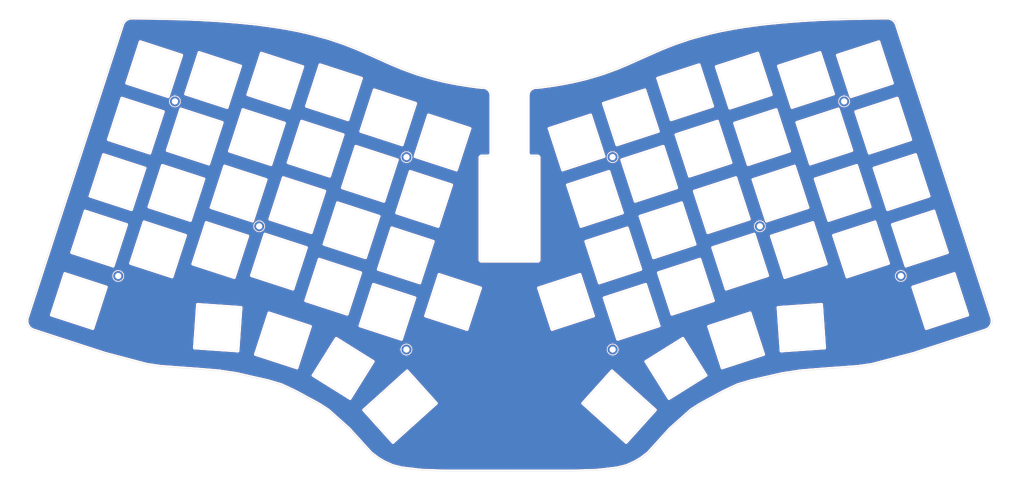
<source format=kicad_pcb>
(kicad_pcb (version 20211014) (generator pcbnew)
  (layers (0 "F.Cu" signal) (31 "B.Cu" signal) (34 "B.Paste" user) (35 "F.Paste" user) (36 "B.SilkS" user "B.Silkscreen") (37 "F.SilkS" user "F.Silkscreen") (38 "B.Mask" user) (39 "F.Mask" user) (44 "Edge.Cuts" user))
  (net 0 "")
  (footprint "" (layer "F.Cu") (at 276.673654 101.543586 18)
    (fp_text reference "" (at 0 0 18) (layer "F.SilkS") (effects (font (size 1.27 1.27))))
    (fp_text value "" (at 0 0 18) (layer "F.SilkS") (effects (font (size 1.27 1.27))))
    (pad "" thru_hole circle locked (at 0 0 306) (size 3.2 3.2) (drill 2) (layers *.Cu *.Mask "Dwgs.User") (clearance 0.3))
  )
  (footprint "" (layer "F.Cu") (at 231.43145 85.596597 18)
    (fp_text reference "" (at 0 0 18) (layer "F.SilkS") (effects (font (size 1.27 1.27))))
    (fp_text value "" (at 0 0 18) (layer "F.SilkS") (effects (font (size 1.27 1.27))))
    (pad "" thru_hole circle locked (at 0 0 306) (size 3.2 3.2) (drill 2) (layers *.Cu *.Mask "Dwgs.User") (clearance 0.3))
  )
  (footprint "" (layer "F.Cu") (at 184.158496 63.399594 18)
    (fp_text reference "" (at 0 0 18) (layer "F.SilkS") (effects (font (size 1.27 1.27))))
    (fp_text value "" (at 0 0 18) (layer "F.SilkS") (effects (font (size 1.27 1.27))))
    (pad "" thru_hole circle locked (at 0 0 306) (size 3.2 3.2) (drill 2) (layers *.Cu *.Mask "Dwgs.User") (clearance 0.3))
  )
  (footprint "" (layer "F.Cu") (at 184.191755 125.14905 18)
    (fp_text reference "" (at 0 0 18) (layer "F.SilkS") (effects (font (size 1.27 1.27))))
    (fp_text value "" (at 0 0 18) (layer "F.SilkS") (effects (font (size 1.27 1.27))))
    (pad "" thru_hole circle locked (at 0 0 306) (size 3.2 3.2) (drill 2) (layers *.Cu *.Mask "Dwgs.User") (clearance 0.3))
  )
  (footprint "" (layer "F.Cu") (at 258.47371 45.529926 18)
    (fp_text reference "" (at 0 0 18) (layer "F.SilkS") (effects (font (size 1.27 1.27))))
    (fp_text value "" (at 0 0 18) (layer "F.SilkS") (effects (font (size 1.27 1.27))))
    (pad "" thru_hole circle locked (at 0 0 306) (size 3.2 3.2) (drill 2) (layers *.Cu *.Mask "Dwgs.User") (clearance 0.3))
  )
  (footprint "" (layer "B.Cu") (at 70.764722 85.596597 162)
    (fp_text reference "" (at 0 0 162) (layer "B.SilkS") (effects (font (size 1.27 1.27)) (justify mirror)))
    (fp_text value "" (at 0 0 162) (layer "B.SilkS") (effects (font (size 1.27 1.27)) (justify mirror)))
    (pad "" thru_hole circle locked (at 0 0 90) (size 3.2 3.2) (drill 2) (layers *.Cu *.Mask "Dwgs.User") (clearance 0.3))
  )
  (footprint "" (layer "B.Cu") (at 118.004417 125.14905 162)
    (fp_text reference "" (at 0 0 162) (layer "B.SilkS") (effects (font (size 1.27 1.27)) (justify mirror)))
    (fp_text value "" (at 0 0 162) (layer "B.SilkS") (effects (font (size 1.27 1.27)) (justify mirror)))
    (pad "" thru_hole circle locked (at 0 0 90) (size 3.2 3.2) (drill 2) (layers *.Cu *.Mask "Dwgs.User") (clearance 0.3))
  )
  (footprint "" (layer "B.Cu") (at 43.722462 45.529926 162)
    (fp_text reference "" (at 0 0 162) (layer "B.SilkS") (effects (font (size 1.27 1.27)) (justify mirror)))
    (fp_text value "" (at 0 0 162) (layer "B.SilkS") (effects (font (size 1.27 1.27)) (justify mirror)))
    (pad "" thru_hole circle locked (at 0 0 90) (size 3.2 3.2) (drill 2) (layers *.Cu *.Mask "Dwgs.User") (clearance 0.3))
  )
  (footprint "" (layer "B.Cu") (at 118.037676 63.399594 162)
    (fp_text reference "" (at 0 0 162) (layer "B.SilkS") (effects (font (size 1.27 1.27)) (justify mirror)))
    (fp_text value "" (at 0 0 162) (layer "B.SilkS") (effects (font (size 1.27 1.27)) (justify mirror)))
    (pad "" thru_hole circle locked (at 0 0 90) (size 3.2 3.2) (drill 2) (layers *.Cu *.Mask "Dwgs.User") (clearance 0.3))
  )
  (footprint "" (layer "B.Cu") (at 25.522518 101.543586 162)
    (fp_text reference "" (at 0 0 162) (layer "B.SilkS") (effects (font (size 1.27 1.27)) (justify mirror)))
    (fp_text value "" (at 0 0 162) (layer "B.SilkS") (effects (font (size 1.27 1.27)) (justify mirror)))
    (pad "" thru_hole circle locked (at 0 0 90) (size 3.2 3.2) (drill 2) (layers *.Cu *.Mask "Dwgs.User") (clearance 0.3))
  )
  (gr_line (start 69.566346 126.712533) (end 82.881137 131.038772) (layer "Edge.Cuts") (width 0.05))
  (gr_line (start 209.345503 144.498694) (end 212.190288 142.669898) (layer "Edge.Cuts") (width 0.099999))
  (gr_line (start 103.096389 117.550043) (end 116.41118 121.876282) (layer "Edge.Cuts") (width 0.05))
  (gr_line (start 224.306103 136.421502) (end 228.624707 135.154153) (layer "Edge.Cuts") (width 0.099999))
  (gr_line (start 204.05419 27.075203) (end 209.074936 25.366074) (layer "Edge.Cuts") (width 0.099999))
  (gr_line (start 47.149429 43.153876) (end 60.46422 47.480115) (layer "Edge.Cuts") (width 0.05))
  (gr_line (start 53.016909 70.400577) (end 39.702117 66.074337) (layer "Edge.Cuts") (width 0.05))
  (gr_line (start 197.30791 95.698262) (end 210.622701 91.372023) (layer "Edge.Cuts") (width 0.05))
  (gr_line (start 103.327727 100.501095) (end 90.012935 96.174855) (layer "Edge.Cuts") (width 0.05))
  (gr_line (start 3.193852 120.47113) (end 21.311479 126.357906) (layer "Edge.Cuts") (width 0.1))
  (gr_line (start 51.279985 19.256758) (end 57.240316 19.602394) (layer "Edge.Cuts") (width 0.099999))
  (gr_line (start 185.619154 163.129621) (end 179.28575 163.87946) (layer "Edge.Cuts") (width 0.1))
  (gr_line (start 28.227609 85.047109) (end 14.912817 80.720869) (layer "Edge.Cuts") (width 0.05))
  (gr_line (start 232.668396 20.688384) (end 238.873249 20.079605) (layer "Edge.Cuts") (width 0.099999))
  (gr_line (start 158.098086 63.059413) (end 160.098086 63.059413) (layer "Edge.Cuts") (width 0.05))
  (gr_line (start 100.271604 27.915804) (end 102.401228 28.756408) (layer "Edge.Cuts") (width 0.099999))
  (gr_line (start 39.194894 130.556813) (end 46.774891 131.116812) (layer "Edge.Cuts") (width 0.1))
  (gr_line (start 145.098086 43.559413) (end 145.098086 62.059413) (layer "Edge.Cuts") (width 0.05))
  (gr_line (start 42.8039 101.832994) (end 47.130137 88.518202) (layer "Edge.Cuts") (width 0.05))
  (gr_line (start 118.245083 131.999653) (end 127.612911 142.403681) (layer "Edge.Cuts") (width 0.05))
  (gr_line (start 197.894344 144.554214) (end 188.526516 154.958242) (layer "Edge.Cuts") (width 0.05))
  (gr_line (start 17.384451 118.411355) (end 21.710688 105.096563) (layer "Edge.Cuts") (width 0.05))
  (gr_line (start 273.138746 18.896265) (end 273.545147 19.048669) (layer "Edge.Cuts") (width 0.099999))
  (gr_line (start 115.101274 64.26584) (end 101.786482 59.9396) (layer "Edge.Cuts") (width 0.05))
  (gr_line (start 229.594452 88.113966) (end 216.27966 92.440206) (layer "Edge.Cuts") (width 0.05))
  (gr_arc (start 160.098086 63.059413) (mid 160.451639 63.20586) (end 160.598086 63.559413) (layer "Edge.Cuts") (width 0.05))
  (gr_line (start 40.001156 48.811854) (end 26.686364 44.485614) (layer "Edge.Cuts") (width 0.05))
  (gr_line (start 237.262013 111.649132) (end 251.22791 110.672541) (layer "Edge.Cuts") (width 0.05))
  (gr_line (start 34.114381 66.929484) (end 20.799589 62.603244) (layer "Edge.Cuts") (width 0.05))
  (gr_line (start 77.890069 136.421502) (end 82.46209 138.580498) (layer "Edge.Cuts") (width 0.099999))
  (gr_line (start 27.177849 20.369465) (end 27.381004 20.064663) (layer "Edge.Cuts") (width 0.099999))
  (gr_line (start 206.714171 121.574728) (end 214.133041 133.447402) (layer "Edge.Cuts") (width 0.05))
  (gr_line (start 191.308769 161.17383) (end 193.288505 160.003494) (layer "Edge.Cuts") (width 0.099999))
  (gr_line (start 188.886775 86.117625) (end 175.571983 90.443865) (layer "Edge.Cuts") (width 0.05))
  (gr_line (start 14.912817 80.720869) (end 10.586581 94.035662) (layer "Edge.Cuts") (width 0.05))
  (gr_line (start 57.240316 19.602394) (end 63.322923 20.079605) (layer "Edge.Cuts") (width 0.099999))
  (gr_line (start 256.754244 19.042683) (end 264.88143 18.871757) (layer "Edge.Cuts") (width 0.099999))
  (gr_line (start 53.777681 84.401307) (end 49.451445 97.7161) (layer "Edge.Cuts") (width 0.05))
  (gr_line (start 244.955856 19.602394) (end 250.916187 19.256758) (layer "Edge.Cuts") (width 0.099999))
  (gr_line (start 198.868445 100.501095) (end 203.194682 113.815887) (layer "Edge.Cuts") (width 0.05))
  (gr_line (start 45.441928 19.042683) (end 51.279985 19.256758) (layer "Edge.Cuts") (width 0.099999))
  (gr_line (start 298.126512 114.085116) (end 293.800276 100.770323) (layer "Edge.Cuts") (width 0.05))
  (gr_line (start 90.012935 96.174855) (end 85.686699 109.489648) (layer "Edge.Cuts") (width 0.05))
  (gr_line (start 232.629826 126.712533) (end 228.30359 113.39774) (layer "Edge.Cuts") (width 0.05))
  (gr_line (start 236.644944 48.166052) (end 223.330152 52.492292) (layer "Edge.Cuts") (width 0.05))
  (gr_line (start 204.506113 56.204951) (end 208.83235 69.519743) (layer "Edge.Cuts") (width 0.05))
  (gr_line (start 80.049031 65.193504) (end 93.363822 69.519743) (layer "Edge.Cuts") (width 0.05))
  (gr_line (start 168.124672 67.523403) (end 181.439463 63.197164) (layer "Edge.Cuts") (width 0.05))
  (gr_line (start 22.360128 57.800407) (end 35.674919 62.126646) (layer "Edge.Cuts") (width 0.05))
  (gr_line (start 169.685208 72.326235) (end 174.011445 85.641027) (layer "Edge.Cuts") (width 0.05))
  (gr_line (start 230.758171 30.048428) (end 217.443379 34.374668) (layer "Edge.Cuts") (width 0.05))
  (gr_line (start 108.907667 160.003494) (end 110.887403 161.17383) (layer "Edge.Cuts") (width 0.099999))
  (gr_line (start 21.311479 126.357906) (end 34.77348 129.913905) (layer "Edge.Cuts") (width 0.1))
  (gr_line (start 93.363822 69.519743) (end 97.690059 56.204951) (layer "Edge.Cuts") (width 0.05))
  (gr_line (start 249.179263 70.400577) (end 253.5055 83.715369) (layer "Edge.Cuts") (width 0.05))
  (gr_line (start 216.260368 47.07588) (end 211.934132 33.761087) (layer "Edge.Cuts") (width 0.05))
  (gr_line (start 99.250595 51.402119) (end 103.576832 38.087327) (layer "Edge.Cuts") (width 0.05))
  (gr_line (start 273.968563 85.047109) (end 278.2948 98.361901) (layer "Edge.Cuts") (width 0.05))
  (gr_line (start 262.494055 66.074337) (end 249.179263 70.400577) (layer "Edge.Cuts") (width 0.05))
  (gr_line (start 227.656389 65.807084) (end 240.97118 61.480845) (layer "Edge.Cuts") (width 0.05))
  (gr_line (start 243.292488 52.282947) (end 247.618725 65.597739) (layer "Edge.Cuts") (width 0.05))
  (gr_line (start 85.686699 109.489648) (end 99.00149 113.815887) (layer "Edge.Cuts") (width 0.05))
  (gr_line (start 178.50798 37.416251) (end 180.896085 36.693261) (layer "Edge.Cuts") (width 0.099999))
  (gr_line (start 78.86602 52.492292) (end 65.551228 48.166052) (layer "Edge.Cuts") (width 0.05))
  (gr_line (start 255.066035 88.518202) (end 259.392272 101.832994) (layer "Edge.Cuts") (width 0.05))
  (gr_line (start 189.541511 33.326198) (end 193.542278 31.527389) (layer "Edge.Cuts") (width 0.099999))
  (gr_line (start 229.216927 70.609922) (end 233.543164 83.924714) (layer "Edge.Cuts") (width 0.05))
  (gr_line (start 238.238604 125.615029) (end 237.262013 111.649132) (layer "Edge.Cuts") (width 0.05))
  (gr_line (start 183 67.999995) (end 169.685208 72.326235) (layer "Edge.Cuts") (width 0.05))
  (gr_line (start 222.147141 65.193504) (end 217.820905 51.878711) (layer "Edge.Cuts") (width 0.05))
  (gr_line (start 260.63448 44.009022) (end 273.949271 39.682783) (layer "Edge.Cuts") (width 0.05))
  (gr_line (start 72.60172 88.113966) (end 68.275484 101.428759) (layer "Edge.Cuts") (width 0.05))
  (gr_line (start 259.392272 101.832994) (end 272.707063 97.506755) (layer "Edge.Cuts") (width 0.05))
  (gr_line (start 59.664453 66.283682) (end 55.338217 79.598475) (layer "Edge.Cuts") (width 0.05))
  (gr_line (start 273.951552 19.251863) (end 274.307174 19.505863) (layer "Edge.Cuts") (width 0.099999))
  (gr_line (start 229.885576 21.044598) (end 232.668396 20.688384) (layer "Edge.Cuts") (width 0.099999))
  (gr_line (start 39.702117 66.074337) (end 35.375881 79.38913) (layer "Edge.Cuts") (width 0.05))
  (gr_line (start 124.157402 114.378004) (end 137.472193 118.704243) (layer "Edge.Cuts") (width 0.05))
  (gr_line (start 113.529006 162.36763) (end 116.577018 163.129621) (layer "Edge.Cuts") (width 0.099999))
  (gr_line (start 79.009172 22.052735) (end 83.174068 22.840879) (layer "Edge.Cuts") (width 0.099999))
  (gr_line (start 107.422625 104.23525) (end 103.096389 117.550043) (layer "Edge.Cuts") (width 0.05))
  (gr_line (start 183.951089 131.999653) (end 197.894344 144.554214) (layer "Edge.Cuts") (width 0.05))
  (gr_line (start 63.322923 20.079605) (end 69.527776 20.688384) (layer "Edge.Cuts") (width 0.099999))
  (gr_line (start 137.472193 118.704243) (end 141.79843 105.389451) (layer "Edge.Cuts") (width 0.05))
  (gr_line (start 284.811721 118.411355) (end 298.126512 114.085116) (layer "Edge.Cuts") (width 0.05))
  (gr_line (start 299.00232 120.47113) (end 303.729643 118.935131) (layer "Edge.Cuts") (width 0.1))
  (gr_line (start 29.489109 97.506755) (end 42.8039 101.832994) (layer "Edge.Cuts") (width 0.05))
  (gr_line (start 193.213011 99.432418) (end 188.886775 86.117625) (layer "Edge.Cuts") (width 0.05))
  (gr_line (start 162.267749 164.133461) (end 151.098086 164.133462) (layer "Edge.Cuts") (width 0.1))
  (gr_line (start 252.246108 131.341498) (end 244.499278 131.978813) (layer "Edge.Cuts") (width 0.099999))
  (gr_line (start 179.89822 103.758657) (end 193.213011 99.432418) (layer "Edge.Cuts") (width 0.05))
  (gr_line (start 272.707063 97.506755) (end 268.380827 84.191962) (layer "Edge.Cuts") (width 0.05))
  (gr_line (start 27.381004 20.064663) (end 27.635033 19.759869) (layer "Edge.Cuts") (width 0.099999))
  (gr_line (start 21.710688 105.096563) (end 8.395896 100.770323) (layer "Edge.Cuts") (width 0.05))
  (gr_line (start 133.639999 39.814535) (end 137.555736 40.466463) (layer "Edge.Cuts") (width 0.099999))
  (gr_line (start 55.338217 79.598475) (end 68.653008 83.924714) (layer "Edge.Cuts") (width 0.05))
  (gr_line (start 238.657086 132.865501) (end 228.624707 135.154153) (layer "Edge.Cuts") (width 0.099999))
  (gr_line (start 35.674919 62.126646) (end 40.001156 48.811854) (layer "Edge.Cuts") (width 0.05))
  (gr_line (start 75.977177 21.5603) (end 79.009172 22.052735) (layer "Edge.Cuts") (width 0.099999))
  (gr_line (start 263.001278 130.556813) (end 267.422692 129.913905) (layer "Edge.Cuts") (width 0.1))
  (gr_line (start 68.275484 101.428759) (end 81.590275 105.754998) (layer "Edge.Cuts") (width 0.05))
  (gr_line (start 198.849153 55.136769) (end 194.522917 41.821976) (layer "Edge.Cuts") (width 0.05))
  (gr_arc (start 160.598086 96.309413) (mid 160.451639 96.662966) (end 160.098086 96.809413) (layer "Edge.Cuts") (width 0.05))
  (gr_line (start 157.098086 62.059413) (end 157.098086 43.559413) (layer "Edge.Cuts") (width 0.05))
  (gr_line (start 113.669656 154.958242) (end 104.301828 144.554214) (layer "Edge.Cuts") (width 0.05))
  (gr_line (start 32.360382 18.817178) (end 37.314742 18.871757) (layer "Edge.Cuts") (width 0.099999))
  (gr_line (start 80.426556 47.68946) (end 84.752793 34.374668) (layer "Edge.Cuts") (width 0.05))
  (gr_line (start 74.539783 65.807084) (end 78.86602 52.492292) (layer "Edge.Cuts") (width 0.05))
  (gr_line (start 226.218995 21.5603) (end 229.885576 21.044598) (layer "Edge.Cuts") (width 0.099999))
  (gr_line (start 281.396583 62.603244) (end 268.081791 66.929484) (layer "Edge.Cuts") (width 0.05))
  (gr_line (start 214.988798 117.72398) (end 219.315035 131.038772) (layer "Edge.Cuts") (width 0.05))
  (gr_line (start 202.589078 150.518485) (end 205.637096 147.800696) (layer "Edge.Cuts") (width 0.099999))
  (gr_line (start 237.405715 34.165323) (end 241.731952 47.480115) (layer "Edge.Cuts") (width 0.05))
  (gr_line (start 20.799589 62.603244) (end 16.473353 75.918037) (layer "Edge.Cuts") (width 0.05))
  (gr_line (start 103.576832 38.087327) (end 90.26204 33.761087) (layer "Edge.Cuts") (width 0.05))
  (gr_line (start 93.121236 25.366074) (end 98.141982 27.075203) (layer "Edge.Cuts") (width 0.099999))
  (gr_line (start 86.577512 23.601103) (end 89.346372 24.338059) (layer "Edge.Cuts") (width 0.099999))
  (gr_line (start 114.869936 81.314788) (end 128.184727 85.641027) (layer "Edge.Cuts") (width 0.05))
  (gr_line (start 185.784992 121.876282) (end 199.099783 117.550043) (layer "Edge.Cuts") (width 0.05))
  (gr_line (start 298.717855 93.14477) (end 305.801121 114.944822) (layer "Edge.Cuts") (width 0.1))
  (gr_line (start 175.571983 90.443865) (end 179.89822 103.758657) (layer "Edge.Cuts") (width 0.05))
  (gr_line (start 216.27966 92.440206) (end 220.605897 105.754998) (layer "Edge.Cuts") (width 0.05))
  (gr_line (start 253.5055 83.715369) (end 266.820291 79.38913) (layer "Edge.Cuts") (width 0.05))
  (gr_line (start 193.288505 160.003494) (end 195.525152 158.303622) (layer "Edge.Cuts") (width 0.099999))
  (gr_line (start 87.477047 87.637373) (end 91.803284 74.322581) (layer "Edge.Cuts") (width 0.05))
  (gr_line (start 246.857955 79.598475) (end 242.531719 66.283682) (layer "Edge.Cuts") (width 0.05))
  (gr_line (start 120.988047 46.148216) (end 107.673255 41.821976) (layer "Edge.Cuts") (width 0.05))
  (gr_line (start 188.667166 162.36763) (end 191.308769 161.17383) (layer "Edge.Cuts") (width 0.099999))
  (gr_line (start 173.712534 101.063211) (end 160.397742 105.389451) (layer "Edge.Cuts") (width 0.05))
  (gr_line (start 108.653894 31.527389) (end 112.654661 33.326198) (layer "Edge.Cuts") (width 0.099999))
  (gr_line (start 32.573137 26.36799) (end 28.246901 39.682783) (layer "Edge.Cuts") (width 0.05))
  (gr_arc (start 142.098086 96.809413) (mid 141.744533 96.662966) (end 141.598086 96.309413) (layer "Edge.Cuts") (width 0.05))
  (gr_line (start 72.979245 70.609922) (end 59.664453 66.283682) (layer "Edge.Cuts") (width 0.05))
  (gr_line (start 293.800276 100.770323) (end 280.485484 105.096563) (layer "Edge.Cuts") (width 0.05))
  (gr_line (start 139.928423 164.133461) (end 131.038425 164.133462) (layer "Edge.Cuts") (width 0.1))
  (gr_line (start 128.184727 85.641027) (end 132.510964 72.326235) (layer "Edge.Cuts") (width 0.05))
  (gr_line (start 141.349229 40.986817) (end 142.598086 41.059413) (layer "Edge.Cuts") (width 0.099999))
  (gr_line (start 188.526516 154.958242) (end 174.583261 142.403681) (layer "Edge.Cuts") (width 0.05))
  (gr_line (start 274.561139 19.759869) (end 274.815168 20.064663) (layer "Edge.Cuts") (width 0.099999))
  (gr_line (start 217.820905 51.878711) (end 204.506113 56.204951) (layer "Edge.Cuts") (width 0.05))
  (gr_line (start 274.815168 20.064663) (end 275.018323 20.369465) (layer "Edge.Cuts") (width 0.099999))
  (gr_line (start 84.375267 51.878711) (end 80.049031 65.193504) (layer "Edge.Cuts") (width 0.05))
  (gr_line (start 103.347019 55.136769) (end 116.66181 59.463008) (layer "Edge.Cuts") (width 0.05))
  (gr_line (start 197.29387 29.864799) (end 199.794944 28.756408) (layer "Edge.Cuts") (width 0.099999))
  (gr_line (start -1.533471 118.935131) (end 3.193852 120.47113) (layer "Edge.Cuts") (width 0.1))
  (gr_line (start 223.187 22.052735) (end 226.218995 21.5603) (layer "Edge.Cuts") (width 0.099999))
  (gr_line (start 107.673255 41.821976) (end 103.347019 55.136769) (layer "Edge.Cuts") (width 0.05))
  (gr_line (start 264.88143 18.871757) (end 269.83579 18.817178) (layer "Edge.Cuts") (width 0.099999))
  (gr_arc (start 305.801121 114.944822) (mid 305.602753 117.374678) (end 303.729643 118.935131) (layer "Edge.Cuts") (width 0.1))
  (gr_line (start 187.326236 81.314788) (end 183 67.999995) (layer "Edge.Cuts") (width 0.05))
  (gr_line (start 268.081791 66.929484) (end 272.408028 80.244276) (layer "Edge.Cuts") (width 0.05))
  (gr_line (start 88.063131 133.447402) (end 95.482001 121.574728) (layer "Edge.Cuts") (width 0.05))
  (gr_line (start 61.224992 61.480845) (end 74.539783 65.807084) (layer "Edge.Cuts") (width 0.05))
  (gr_line (start 210.392888 74.322581) (end 214.719125 87.637373) (layer "Edge.Cuts") (width 0.05))
  (gr_line (start 64.934159 111.649132) (end 63.957568 125.615029) (layer "Edge.Cuts") (width 0.05))
  (gr_line (start 179.28575 163.87946) (end 171.157747 164.133462) (layer "Edge.Cuts") (width 0.1))
  (gr_line (start 45.588892 47.956707) (end 41.262656 61.2715) (layer "Edge.Cuts") (width 0.05))
  (gr_line (start 202.589078 150.518485) (end 195.525152 158.303622) (layer "Edge.Cuts") (width 0.1))
  (gr_line (start 202.260367 140.866272) (end 194.841497 128.993598) (layer "Edge.Cuts") (width 0.05))
  (gr_line (start 74.162256 83.311134) (end 87.477047 87.637373) (layer "Edge.Cuts") (width 0.05))
  (gr_line (start 130.485742 39.190532) (end 133.639999 39.814535) (layer "Edge.Cuts") (width 0.099999))
  (gr_line (start 27.888998 19.505863) (end 28.24462 19.251863) (layer "Edge.Cuts") (width 0.099999))
  (gr_line (start 239.429936 102.042339) (end 252.744727 97.7161) (layer "Edge.Cuts") (width 0.05))
  (gr_line (start 60.46422 47.480115) (end 64.790457 34.165323) (layer "Edge.Cuts") (width 0.05))
  (gr_line (start 10.586581 94.035662) (end 23.901372 98.361901) (layer "Edge.Cuts") (width 0.05))
  (gr_line (start 280.485484 105.096563) (end 284.811721 118.411355) (layer "Edge.Cuts") (width 0.05))
  (gr_line (start 90.005884 142.669898) (end 82.46209 138.580498) (layer "Edge.Cuts") (width 0.099999))
  (gr_line (start 16.473353 75.918037) (end 29.788144 80.244276) (layer "Edge.Cuts") (width 0.05))
  (gr_line (start 168.556173 39.814535) (end 171.71043 39.190532) (layer "Edge.Cuts") (width 0.099999))
  (gr_line (start 28.24462 19.251863) (end 28.651025 19.048669) (layer "Edge.Cuts") (width 0.099999))
  (gr_line (start 205.637096 147.800696) (end 209.345503 144.498694) (layer "Edge.Cuts") (width 0.099999))
  (gr_line (start 49.451445 97.7161) (end 62.766236 102.042339) (layer "Edge.Cuts") (width 0.05))
  (gr_line (start 48.690672 83.715369) (end 53.016909 70.400577) (layer "Edge.Cuts") (width 0.05))
  (gr_line (start 106.67102 158.303622) (end 108.907667 160.003494) (layer "Edge.Cuts") (width 0.099999))
  (gr_line (start 123.688192 37.416251) (end 126.706227 38.28943) (layer "Edge.Cuts") (width 0.099999))
  (gr_line (start 210.622701 91.372023) (end 206.296465 78.05723) (layer "Edge.Cuts") (width 0.05))
  (gr_line (start 212.8498 24.338059) (end 215.61866 23.601103) (layer "Edge.Cuts") (width 0.099999))
  (gr_line (start 275.509808 44.485614) (end 262.195016 48.811854) (layer "Edge.Cuts") (width 0.05))
  (gr_line (start 23.901372 98.361901) (end 28.227609 85.047109) (layer "Edge.Cuts") (width 0.05))
  (gr_line (start 29.057426 18.896265) (end 29.667015 18.794663) (layer "Edge.Cuts") (width 0.099999))
  (gr_line (start 160.598086 63.559413) (end 160.598086 96.309413) (layer "Edge.Cuts") (width 0.05))
  (gr_line (start 275.018323 20.369465) (end 275.170759 20.674264) (layer "Edge.Cuts") (width 0.099999))
  (gr_arc (start 141.598086 63.559413) (mid 141.744533 63.20586) (end 142.098086 63.059413) (layer "Edge.Cuts") (width 0.05))
  (gr_line (start 141.79843 105.389451) (end 128.483638 101.063211) (layer "Edge.Cuts") (width 0.05))
  (gr_line (start 199.794944 28.756408) (end 201.924568 27.915804) (layer "Edge.Cuts") (width 0.099999))
  (gr_line (start 223.330152 52.492292) (end 227.656389 65.807084) (layer "Edge.Cuts") (width 0.05))
  (gr_line (start 89.346372 24.338059) (end 93.121236 25.366074) (layer "Edge.Cuts") (width 0.099999))
  (gr_arc (start -1.533471 118.935131) (mid -3.406581 117.374678) (end -3.604949 114.944822) (layer "Edge.Cuts") (width 0.1))
  (gr_line (start 82.881137 131.038772) (end 87.207374 117.72398) (layer "Edge.Cuts") (width 0.05))
  (gr_line (start 134.0715 67.523403) (end 138.397737 54.208611) (layer "Edge.Cuts") (width 0.05))
  (gr_line (start 8.395896 100.770323) (end 4.06966 114.085116) (layer "Edge.Cuts") (width 0.05))
  (gr_line (start 235.103699 88.727547) (end 239.429936 102.042339) (layer "Edge.Cuts") (width 0.05))
  (gr_line (start 90.26204 33.761087) (end 85.935804 47.07588) (layer "Edge.Cuts") (width 0.05))
  (gr_line (start 110.775037 77.580632) (end 115.101274 64.26584) (layer "Edge.Cuts") (width 0.05))
  (gr_line (start 122.910422 163.87946) (end 116.577018 163.129621) (layer "Edge.Cuts") (width 0.1))
  (gr_line (start 202.945577 51.402119) (end 216.260368 47.07588) (layer "Edge.Cuts") (width 0.05))
  (gr_line (start 219.022104 22.840879) (end 223.187 22.052735) (layer "Edge.Cuts") (width 0.099999))
  (gr_line (start 99.935805 140.866272) (end 88.063131 133.447402) (layer "Edge.Cuts") (width 0.05))
  (gr_line (start 71.438001 30.048428) (end 67.111765 43.363221) (layer "Edge.Cuts") (width 0.05))
  (gr_line (start 221.769616 47.68946) (end 235.084407 43.363221) (layer "Edge.Cuts") (width 0.05))
  (gr_line (start 90.005884 142.669898) (end 92.850669 144.498694) (layer "Edge.Cuts") (width 0.099999))
  (gr_line (start 119.196172 67.999995) (end 114.869936 81.314788) (layer "Edge.Cuts") (width 0.05))
  (gr_line (start 33.815345 84.191962) (end 29.489109 97.506755) (layer "Edge.Cuts") (width 0.05))
  (gr_line (start 84.752793 34.374668) (end 71.438001 30.048428) (layer "Edge.Cuts") (width 0.05))
  (gr_line (start 91.803284 74.322581) (end 78.488492 69.996341) (layer "Edge.Cuts") (width 0.05))
  (gr_arc (start 142.598086 41.059413) (mid 144.365853 41.791646) (end 145.098086 43.559413) (layer "Edge.Cuts") (width 0.05))
  (gr_line (start 252.744727 97.7161) (end 248.418491 84.401307) (layer "Edge.Cuts") (width 0.05))
  (gr_line (start 28.651025 19.048669) (end 29.057426 18.896265) (layer "Edge.Cuts") (width 0.099999))
  (gr_line (start 58.903684 52.282947) (end 45.588892 47.956707) (layer "Edge.Cuts") (width 0.05))
  (gr_line (start 235.084407 43.363221) (end 230.758171 30.048428) (layer "Edge.Cuts") (width 0.05))
  (gr_line (start 262.195016 48.811854) (end 266.521253 62.126646) (layer "Edge.Cuts") (width 0.05))
  (gr_line (start 273.545147 19.048669) (end 273.951552 19.251863) (layer "Edge.Cuts") (width 0.099999))
  (gr_line (start 73.571465 135.154153) (end 63.539086 132.865501) (layer "Edge.Cuts") (width 0.099999))
  (gr_line (start 223.70768 69.996341) (end 210.392888 74.322581) (layer "Edge.Cuts") (width 0.05))
  (gr_line (start 272.408028 80.244276) (end 285.722819 75.918037) (layer "Edge.Cuts") (width 0.05))
  (gr_line (start 163.798435 54.208611) (end 168.124672 67.523403) (layer "Edge.Cuts") (width 0.05))
  (gr_line (start 177.113227 49.882371) (end 163.798435 54.208611) (layer "Edge.Cuts") (width 0.05))
  (gr_line (start 28.246901 39.682783) (end 41.561692 44.009022) (layer "Edge.Cuts") (width 0.05))
  (gr_line (start 125.082945 49.882371) (end 120.756709 63.197164) (layer "Edge.Cuts") (width 0.05))
  (gr_line (start 29.667015 18.794663) (end 32.360382 18.817178) (layer "Edge.Cuts") (width 0.099999))
  (gr_line (start 203.194682 113.815887) (end 216.509473 109.489648) (layer "Edge.Cuts") (width 0.05))
  (gr_line (start 116.41118 121.876282) (end 120.737417 108.56149) (layer "Edge.Cuts") (width 0.05))
  (gr_line (start 63.957568 125.615029) (end 49.991671 124.638438) (layer "Edge.Cuts") (width 0.05))
  (gr_line (start 242.531719 66.283682) (end 229.216927 70.609922) (layer "Edge.Cuts") (width 0.05))
  (gr_line (start 194.773547 104.23525) (end 181.458755 108.56149) (layer "Edge.Cuts") (width 0.05))
  (gr_line (start 104.301828 144.554214) (end 118.245083 131.999653) (layer "Edge.Cuts") (width 0.05))
  (gr_line (start 269.83579 18.817178) (end 272.529157 18.794663) (layer "Edge.Cuts") (width 0.099999))
  (gr_line (start 78.488492 69.996341) (end 74.162256 83.311134) (layer "Edge.Cuts") (width 0.05))
  (gr_line (start 175.489945 38.28943) (end 178.50798 37.416251) (layer "Edge.Cuts") (width 0.099999))
  (gr_line (start 192.981673 82.38347) (end 197.30791 95.698262) (layer "Edge.Cuts") (width 0.05))
  (gr_line (start -3.604949 114.944822) (end 3.478317 93.14477) (layer "Edge.Cuts") (width 0.1))
  (gr_line (start 29.788144 80.244276) (end 34.114381 66.929484) (layer "Edge.Cuts") (width 0.05))
  (gr_line (start 171.71043 39.190532) (end 175.489945 38.28943) (layer "Edge.Cuts") (width 0.099999))
  (gr_line (start 64.790457 34.165323) (end 51.475665 29.839083) (layer "Edge.Cuts") (width 0.05))
  (gr_line (start 208.83235 69.519743) (end 222.147141 65.193504) (layer "Edge.Cuts") (width 0.05))
  (gr_line (start 72.310596 21.044598) (end 75.977177 21.5603) (layer "Edge.Cuts") (width 0.099999))
  (gr_line (start 112.654661 33.326198) (end 116.283996 34.857219) (layer "Edge.Cuts") (width 0.099999))
  (gr_line (start 4.06966 114.085116) (end 17.384451 118.411355) (layer "Edge.Cuts") (width 0.05))
  (gr_line (start 228.30359 113.39774) (end 214.988798 117.72398) (layer "Edge.Cuts") (width 0.05))
  (gr_line (start 185.619154 163.129621) (end 188.667166 162.36763) (layer "Edge.Cuts") (width 0.099999))
  (gr_line (start 97.690059 56.204951) (end 84.375267 51.878711) (layer "Edge.Cuts") (width 0.05))
  (gr_line (start 178.03877 114.378004) (end 173.712534 101.063211) (layer "Edge.Cuts") (width 0.05))
  (gr_line (start 65.551228 48.166052) (end 61.224992 61.480845) (layer "Edge.Cuts") (width 0.05))
  (gr_line (start 95.899707 78.05723) (end 91.573471 91.372023) (layer "Edge.Cuts") (width 0.05))
  (gr_line (start 101.786482 59.9396) (end 97.460246 73.254393) (layer "Edge.Cuts") (width 0.05))
  (gr_line (start 219.734082 138.580498) (end 224.306103 136.421502) (layer "Edge.Cuts") (width 0.099999))
  (gr_line (start 41.262656 61.2715) (end 54.577447 65.597739) (layer "Edge.Cuts") (width 0.05))
  (gr_line (start 27.635033 19.759869) (end 27.888998 19.505863) (layer "Edge.Cuts") (width 0.099999))
  (gr_line (start 204.735926 73.254393) (end 200.40969 59.9396) (layer "Edge.Cuts") (width 0.05))
  (gr_arc (start 157.098086 43.559413) (mid 157.830319 41.791646) (end 159.598086 41.059413) (layer "Edge.Cuts") (width 0.05))
  (gr_line (start 108.983161 99.432418) (end 122.297952 103.758657) (layer "Edge.Cuts") (width 0.05))
  (gr_line (start 275.170759 20.674264) (end 298.717855 93.14477) (layer "Edge.Cuts") (width 0.1))
  (gr_line (start 3.478317 93.14477) (end 27.025413 20.674264) (layer "Edge.Cuts") (width 0.1))
  (gr_line (start 269.623035 26.36799) (end 256.308243 30.69423) (layer "Edge.Cuts") (width 0.05))
  (gr_line (start 260.933516 61.2715) (end 256.60728 47.956707) (layer "Edge.Cuts") (width 0.05))
  (gr_line (start 128.483638 101.063211) (end 124.157402 114.378004) (layer "Edge.Cuts") (width 0.05))
  (gr_line (start 151.098086 164.133462) (end 139.928423 164.133461) (layer "Edge.Cuts") (width 0.1))
  (gr_line (start 233.543164 83.924714) (end 246.857955 79.598475) (layer "Edge.Cuts") (width 0.05))
  (gr_line (start 122.297952 103.758657) (end 126.624189 90.443865) (layer "Edge.Cuts") (width 0.05))
  (gr_line (start 214.133041 133.447402) (end 202.260367 140.866272) (layer "Edge.Cuts") (width 0.05))
  (gr_line (start 247.618725 65.597739) (end 260.933516 61.2715) (layer "Edge.Cuts") (width 0.05))
  (gr_line (start 187.094898 64.26584) (end 191.421135 77.580632) (layer "Edge.Cuts") (width 0.05))
  (gr_line (start 255.046743 43.153876) (end 250.720507 29.839083) (layer "Edge.Cuts") (width 0.05))
  (gr_line (start 120.756709 63.197164) (end 134.0715 67.523403) (layer "Edge.Cuts") (width 0.05))
  (gr_line (start 54.577447 65.597739) (end 58.903684 52.282947) (layer "Edge.Cuts") (width 0.05))
  (gr_line (start 209.074936 25.366074) (end 212.8498 24.338059) (layer "Edge.Cuts") (width 0.099999))
  (gr_line (start 266.521253 62.126646) (end 279.836044 57.800407) (layer "Edge.Cuts") (width 0.05))
  (gr_line (start 87.207374 117.72398) (end 73.892582 113.39774) (layer "Edge.Cuts") (width 0.05))
  (gr_line (start 256.308243 30.69423) (end 260.63448 44.009022) (layer "Edge.Cuts") (width 0.05))
  (gr_line (start 220.605897 105.754998) (end 233.920688 101.428759) (layer "Edge.Cuts") (width 0.05))
  (gr_line (start 137.555736 40.466463) (end 141.349229 40.986817) (layer "Edge.Cuts") (width 0.099999))
  (gr_line (start 34.77348 129.913905) (end 39.194894 130.556813) (layer "Edge.Cuts") (width 0.1))
  (gr_line (start 255.421281 131.116812) (end 263.001278 130.556813) (layer "Edge.Cuts") (width 0.1))
  (gr_line (start 250.916187 19.256758) (end 256.754244 19.042683) (layer "Edge.Cuts") (width 0.099999))
  (gr_line (start 160.397742 105.389451) (end 164.723979 118.704243) (layer "Edge.Cuts") (width 0.05))
  (gr_line (start 109.214499 82.38347) (end 95.899707 78.05723) (layer "Edge.Cuts") (width 0.05))
  (gr_line (start 47.130137 88.518202) (end 33.815345 84.191962) (layer "Edge.Cuts") (width 0.05))
  (gr_line (start 180.896085 36.693261) (end 183.655623 35.702472) (layer "Edge.Cuts") (width 0.099999))
  (gr_line (start 291.609591 94.035662) (end 287.283355 80.720869) (layer "Edge.Cuts") (width 0.05))
  (gr_line (start 199.099783 117.550043) (end 194.773547 104.23525) (layer "Edge.Cuts") (width 0.05))
  (gr_line (start 106.67102 158.303622) (end 99.607094 150.518485) (layer "Edge.Cuts") (width 0.1))
  (gr_line (start 68.653008 83.924714) (end 72.979245 70.609922) (layer "Edge.Cuts") (width 0.05))
  (gr_line (start 238.873249 20.079605) (end 244.955856 19.602394) (layer "Edge.Cuts") (width 0.099999))
  (gr_line (start 160.098086 96.809413) (end 142.098086 96.809413) (layer "Edge.Cuts") (width 0.05))
  (gr_line (start 287.283355 80.720869) (end 273.968563 85.047109) (layer "Edge.Cuts") (width 0.05))
  (gr_line (start 98.141982 27.075203) (end 100.271604 27.915804) (layer "Edge.Cuts") (width 0.099999))
  (gr_line (start 211.934132 33.761087) (end 198.61934 38.087327) (layer "Edge.Cuts") (width 0.05))
  (gr_line (start 250.720507 29.839083) (end 237.405715 34.165323) (layer "Edge.Cuts") (width 0.05))
  (gr_line (start 120.737417 108.56149) (end 107.422625 104.23525) (layer "Edge.Cuts") (width 0.05))
  (gr_line (start 160.846943 40.986817) (end 164.640436 40.466463) (layer "Edge.Cuts") (width 0.099999))
  (gr_line (start 142.098086 63.059413) (end 144.098086 63.059413) (layer "Edge.Cuts") (width 0.05))
  (gr_arc (start 158.098086 63.059413) (mid 157.390979 62.76652) (end 157.098086 62.059413) (layer "Edge.Cuts") (width 0.05))
  (gr_line (start 171.157747 164.133462) (end 162.267749 164.133461) (layer "Edge.Cuts") (width 0.1))
  (gr_line (start 267.422692 129.913905) (end 280.884693 126.357906) (layer "Edge.Cuts") (width 0.1))
  (gr_line (start 278.2948 98.361901) (end 291.609591 94.035662) (layer "Edge.Cuts") (width 0.05))
  (gr_line (start 272.529157 18.794663) (end 273.138746 18.896265) (layer "Edge.Cuts") (width 0.099999))
  (gr_line (start 96.559076 147.800696) (end 99.607094 150.518485) (layer "Edge.Cuts") (width 0.099999))
  (gr_line (start 219.315035 131.038772) (end 232.629826 126.712533) (layer "Edge.Cuts") (width 0.05))
  (gr_line (start 240.97118 61.480845) (end 236.644944 48.166052) (layer "Edge.Cuts") (width 0.05))
  (gr_line (start 219.734082 138.580498) (end 212.190288 142.669898) (layer "Edge.Cuts") (width 0.099999))
  (gr_line (start 252.246108 131.341498) (end 255.421281 131.116812) (layer "Edge.Cuts") (width 0.099999))
  (gr_line (start 193.542278 31.527389) (end 197.29387 29.864799) (layer "Edge.Cuts") (width 0.099999))
  (gr_line (start 118.540549 35.702472) (end 121.300087 36.693261) (layer "Edge.Cuts") (width 0.099999))
  (gr_line (start 174.011445 85.641027) (end 187.326236 81.314788) (layer "Edge.Cuts") (width 0.05))
  (gr_line (start 99.00149 113.815887) (end 103.327727 100.501095) (layer "Edge.Cuts") (width 0.05))
  (gr_line (start 206.296465 78.05723) (end 192.981673 82.38347) (layer "Edge.Cuts") (width 0.05))
  (gr_line (start 69.527776 20.688384) (end 72.310596 21.044598) (layer "Edge.Cuts") (width 0.099999))
  (gr_line (start 51.475665 29.839083) (end 47.149429 43.153876) (layer "Edge.Cuts") (width 0.05))
  (gr_line (start 85.935804 47.07588) (end 99.250595 51.402119) (layer "Edge.Cuts") (width 0.05))
  (gr_line (start 62.766236 102.042339) (end 67.092473 88.727547) (layer "Edge.Cuts") (width 0.05))
  (gr_line (start 266.820291 79.38913) (end 262.494055 66.074337) (layer "Edge.Cuts") (width 0.05))
  (gr_line (start 37.314742 18.871757) (end 45.441928 19.042683) (layer "Edge.Cuts") (width 0.099999))
  (gr_line (start 81.590275 105.754998) (end 85.916512 92.440206) (layer "Edge.Cuts") (width 0.05))
  (gr_line (start 73.892582 113.39774) (end 69.566346 126.712533) (layer "Edge.Cuts") (width 0.05))
  (gr_line (start 26.686364 44.485614) (end 22.360128 57.800407) (layer "Edge.Cuts") (width 0.05))
  (gr_line (start 104.902302 29.864799) (end 108.653894 31.527389) (layer "Edge.Cuts") (width 0.099999))
  (gr_line (start 159.598086 41.059413) (end 160.846943 40.986817) (layer "Edge.Cuts") (width 0.099999))
  (gr_line (start 274.307174 19.505863) (end 274.561139 19.759869) (layer "Edge.Cuts") (width 0.099999))
  (gr_line (start 95.482001 121.574728) (end 107.354675 128.993598) (layer "Edge.Cuts") (width 0.05))
  (gr_line (start 35.375881 79.38913) (end 48.690672 83.715369) (layer "Edge.Cuts") (width 0.05))
  (gr_line (start 194.841497 128.993598) (end 206.714171 121.574728) (layer "Edge.Cuts") (width 0.05))
  (gr_line (start 131.038425 164.133462) (end 122.910422 163.87946) (layer "Edge.Cuts") (width 0.1))
  (gr_line (start 41.561692 44.009022) (end 45.887929 30.69423) (layer "Edge.Cuts") (width 0.05))
  (gr_line (start 27.025413 20.674264) (end 27.177849 20.369465) (layer "Edge.Cuts") (width 0.099999))
  (gr_line (start 49.991671 124.638438) (end 50.968262 110.672541) (layer "Edge.Cuts") (width 0.05))
  (gr_line (start 97.460246 73.254393) (end 110.775037 77.580632) (layer "Edge.Cuts") (width 0.05))
  (gr_line (start 181.208125 46.148216) (end 185.534362 59.463008) (layer "Edge.Cuts") (width 0.05))
  (gr_line (start 285.722819 75.918037) (end 281.396583 62.603244) (layer "Edge.Cuts") (width 0.05))
  (gr_line (start 126.624189 90.443865) (end 113.309397 86.117625) (layer "Edge.Cuts") (width 0.05))
  (gr_line (start 164.640436 40.466463) (end 168.556173 39.814535) (layer "Edge.Cuts") (width 0.099999))
  (gr_line (start 268.380827 84.191962) (end 255.066035 88.518202) (layer "Edge.Cuts") (width 0.05))
  (gr_line (start 252.204501 124.638438) (end 238.238604 125.615029) (layer "Edge.Cuts") (width 0.05))
  (gr_line (start 107.354675 128.993598) (end 99.935805 140.866272) (layer "Edge.Cuts") (width 0.05))
  (gr_line (start 256.60728 47.956707) (end 243.292488 52.282947) (layer "Edge.Cuts") (width 0.05))
  (gr_line (start 67.092473 88.727547) (end 53.777681 84.401307) (layer "Edge.Cuts") (width 0.05))
  (gr_line (start 116.283996 34.857219) (end 118.540549 35.702472) (layer "Edge.Cuts") (width 0.099999))
  (gr_line (start 102.401228 28.756408) (end 104.902302 29.864799) (layer "Edge.Cuts") (width 0.099999))
  (gr_line (start 132.510964 72.326235) (end 119.196172 67.999995) (layer "Edge.Cuts") (width 0.05))
  (gr_arc (start 145.098086 62.059413) (mid 144.805193 62.76652) (end 144.098086 63.059413) (layer "Edge.Cuts") (width 0.05))
  (gr_line (start 127.612911 142.403681) (end 113.669656 154.958242) (layer "Edge.Cuts") (width 0.05))
  (gr_line (start 67.111765 43.363221) (end 80.426556 47.68946) (layer "Edge.Cuts") (width 0.05))
  (gr_line (start 63.539086 132.865501) (end 57.696894 131.978813) (layer "Edge.Cuts") (width 0.099999))
  (gr_line (start 217.443379 34.374668) (end 221.769616 47.68946) (layer "Edge.Cuts") (width 0.05))
  (gr_line (start 280.884693 126.357906) (end 299.00232 120.47113) (layer "Edge.Cuts") (width 0.1))
  (gr_line (start 113.309397 86.117625) (end 108.983161 99.432418) (layer "Edge.Cuts") (width 0.05))
  (gr_line (start 191.421135 77.580632) (end 204.735926 73.254393) (layer "Edge.Cuts") (width 0.05))
  (gr_line (start 279.836044 57.800407) (end 275.509808 44.485614) (layer "Edge.Cuts") (width 0.05))
  (gr_line (start 73.571465 135.154153) (end 77.890069 136.421502) (layer "Edge.Cuts") (width 0.099999))
  (gr_line (start 110.887403 161.17383) (end 113.529006 162.36763) (layer "Edge.Cuts") (width 0.099999))
  (gr_line (start 181.439463 63.197164) (end 177.113227 49.882371) (layer "Edge.Cuts") (width 0.05))
  (gr_line (start 228.033916 83.311134) (end 223.70768 69.996341) (layer "Edge.Cuts") (width 0.05))
  (gr_line (start 85.916512 92.440206) (end 72.60172 88.113966) (layer "Edge.Cuts") (width 0.05))
  (gr_line (start 104.888262 95.698262) (end 109.214499 82.38347) (layer "Edge.Cuts") (width 0.05))
  (gr_line (start 248.418491 84.401307) (end 235.103699 88.727547) (layer "Edge.Cuts") (width 0.05))
  (gr_line (start 194.522917 41.821976) (end 181.208125 46.148216) (layer "Edge.Cuts") (width 0.05))
  (gr_line (start 185.534362 59.463008) (end 198.849153 55.136769) (layer "Edge.Cuts") (width 0.05))
  (gr_line (start 46.774891 131.116812) (end 49.950064 131.341498) (layer "Edge.Cuts") (width 0.099999))
  (gr_line (start 174.583261 142.403681) (end 183.951089 131.999653) (layer "Edge.Cuts") (width 0.05))
  (gr_line (start 45.887929 30.69423) (end 32.573137 26.36799) (layer "Edge.Cuts") (width 0.05))
  (gr_line (start 164.723979 118.704243) (end 178.03877 114.378004) (layer "Edge.Cuts") (width 0.05))
  (gr_line (start 83.174068 22.840879) (end 86.577512 23.601103) (layer "Edge.Cuts") (width 0.099999))
  (gr_line (start 57.696894 131.978813) (end 49.950064 131.341498) (layer "Edge.Cuts") (width 0.099999))
  (gr_line (start 233.920688 101.428759) (end 229.594452 88.113966) (layer "Edge.Cuts") (width 0.05))
  (gr_line (start 141.598086 96.309413) (end 141.598086 63.559413) (layer "Edge.Cuts") (width 0.05))
  (gr_line (start 241.731952 47.480115) (end 255.046743 43.153876) (layer "Edge.Cuts") (width 0.05))
  (gr_line (start 244.499278 131.978813) (end 238.657086 132.865501) (layer "Edge.Cuts") (width 0.099999))
  (gr_line (start 92.850669 144.498694) (end 96.559076 147.800696) (layer "Edge.Cuts") (width 0.099999))
  (gr_line (start 201.924568 27.915804) (end 204.05419 27.075203) (layer "Edge.Cuts") (width 0.099999))
  (gr_line (start 138.397737 54.208611) (end 125.082945 49.882371) (layer "Edge.Cuts") (width 0.05))
  (gr_line (start 198.61934 38.087327) (end 202.945577 51.402119) (layer "Edge.Cuts") (width 0.05))
  (gr_line (start 185.912176 34.857219) (end 189.541511 33.326198) (layer "Edge.Cuts") (width 0.099999))
  (gr_line (start 181.458755 108.56149) (end 185.784992 121.876282) (layer "Edge.Cuts") (width 0.05))
  (gr_line (start 183.655623 35.702472) (end 185.912176 34.857219) (layer "Edge.Cuts") (width 0.099999))
  (gr_line (start 200.40969 59.9396) (end 187.094898 64.26584) (layer "Edge.Cuts") (width 0.05))
  (gr_line (start 273.949271 39.682783) (end 269.623035 26.36799) (layer "Edge.Cuts") (width 0.05))
  (gr_line (start 121.300087 36.693261) (end 123.688192 37.416251) (layer "Edge.Cuts") (width 0.099999))
  (gr_line (start 215.61866 23.601103) (end 219.022104 22.840879) (layer "Edge.Cuts") (width 0.099999))
  (gr_line (start 50.968262 110.672541) (end 64.934159 111.649132) (layer "Edge.Cuts") (width 0.05))
  (gr_line (start 216.509473 109.489648) (end 212.183237 96.174855) (layer "Edge.Cuts") (width 0.05))
  (gr_line (start 91.573471 91.372023) (end 104.888262 95.698262) (layer "Edge.Cuts") (width 0.05))
  (gr_line (start 214.719125 87.637373) (end 228.033916 83.311134) (layer "Edge.Cuts") (width 0.05))
  (gr_line (start 126.706227 38.28943) (end 130.485742 39.190532) (layer "Edge.Cuts") (width 0.099999))
  (gr_line (start 251.22791 110.672541) (end 252.204501 124.638438) (layer "Edge.Cuts") (width 0.05))
  (gr_line (start 212.183237 96.174855) (end 198.868445 100.501095) (layer "Edge.Cuts") (width 0.05))
  (gr_line (start 116.66181 59.463008) (end 120.988047 46.148216) (layer "Edge.Cuts") (width 0.05))
  (zone (net 0) (net_name "") (layers F&B.Cu) (connect_pads (clearance 0)) (min_thickness 0.254)
    (keepout (tracks not_allowed) (vias not_allowed) (pads not_allowed) (copperpour not_allowed) (footprints allowed))
    (fill (thermal_gap 0.508) (thermal_bridge_width 0.508))
    (polygon (pts (xy 198.958755 100.501098) (xy 203.284992 113.81589) (xy 216.599783 109.489651) (xy 212.273547 96.174858)))
  )
  (zone (net 0) (net_name "") (layers F&B.Cu) (connect_pads (clearance 0)) (min_thickness 0.254)
    (keepout (tracks not_allowed) (vias not_allowed) (pads not_allowed) (copperpour not_allowed) (footprints allowed))
    (fill (thermal_gap 0.508) (thermal_bridge_width 0.508))
    (polygon (pts (xy 127.612911 142.403681) (xy 113.669657 154.958242) (xy 104.301829 144.554214) (xy 118.245086 131.999652)))
  )
  (zone (net 0) (net_name "") (layers F&B.Cu) (connect_pads (clearance 0)) (min_thickness 0.254)
    (keepout (tracks not_allowed) (vias not_allowed) (pads not_allowed) (copperpour not_allowed) (footprints allowed))
    (fill (thermal_gap 0.508) (thermal_bridge_width 0.508))
    (polygon (pts (xy 120.988045 46.148218) (xy 116.661808 59.46301) (xy 103.347017 55.136771) (xy 107.673253 41.821978)))
  )
  (zone (net 0) (net_name "") (layers F&B.Cu) (connect_pads (clearance 0)) (min_thickness 0.254)
    (keepout (tracks not_allowed) (vias not_allowed) (pads not_allowed) (copperpour not_allowed) (footprints allowed))
    (fill (thermal_gap 0.508) (thermal_bridge_width 0.508))
    (polygon (pts (xy 268.172099 66.929485) (xy 272.498336 80.244277) (xy 285.813127 75.918038) (xy 281.486891 62.603245)))
  )
  (zone (net 0) (net_name "") (layers F&B.Cu) (connect_pads (clearance 0)) (min_thickness 0.254)
    (keepout (tracks not_allowed) (vias not_allowed) (pads not_allowed) (copperpour not_allowed) (footprints allowed))
    (fill (thermal_gap 0.508) (thermal_bridge_width 0.508))
    (polygon (pts (xy 21.710688 105.096563) (xy 17.384451 118.411355) (xy 4.06966 114.085116) (xy 8.395896 100.770323)))
  )
  (zone (net 0) (net_name "") (layers F&B.Cu) (connect_pads (clearance 0)) (min_thickness 0.254)
    (keepout (tracks not_allowed) (vias not_allowed) (pads not_allowed) (copperpour not_allowed) (footprints allowed))
    (fill (thermal_gap 0.508) (thermal_bridge_width 0.508))
    (polygon (pts (xy 194.931807 128.993597) (xy 202.350675 140.866271) (xy 214.223349 133.447401) (xy 206.804481 121.574727)))
  )
  (zone (net 0) (net_name "") (layers F&B.Cu) (connect_pads (clearance 0)) (min_thickness 0.254)
    (keepout (tracks not_allowed) (vias not_allowed) (pads not_allowed) (copperpour not_allowed) (footprints allowed))
    (fill (thermal_gap 0.508) (thermal_bridge_width 0.508))
    (polygon (pts (xy 215.079107 117.723983) (xy 219.405344 131.038775) (xy 232.720135 126.712536) (xy 228.393899 113.397743)))
  )
  (zone (net 0) (net_name "") (layers F&B.Cu) (connect_pads (clearance 0)) (min_thickness 0.254)
    (keepout (tracks not_allowed) (vias not_allowed) (pads not_allowed) (copperpour not_allowed) (footprints allowed))
    (fill (thermal_gap 0.508) (thermal_bridge_width 0.508))
    (polygon (pts (xy 115.101272 64.265842) (xy 110.775035 77.580634) (xy 97.460244 73.254395) (xy 101.78648 59.939602)))
  )
  (zone (net 0) (net_name "") (layers F&B.Cu) (connect_pads (clearance 0)) (min_thickness 0.254)
    (keepout (tracks not_allowed) (vias not_allowed) (pads not_allowed) (copperpour not_allowed) (footprints allowed))
    (fill (thermal_gap 0.508) (thermal_bridge_width 0.508))
    (polygon (pts (xy 256.398551 30.69423) (xy 260.724788 44.009022) (xy 274.039579 39.682783) (xy 269.713343 26.36799)))
  )
  (zone (net 0) (net_name "") (layers F&B.Cu) (connect_pads (clearance 0)) (min_thickness 0.254)
    (keepout (tracks not_allowed) (vias not_allowed) (pads not_allowed) (copperpour not_allowed) (footprints allowed))
    (fill (thermal_gap 0.508) (thermal_bridge_width 0.508))
    (polygon (pts (xy 210.483195 74.322582) (xy 214.809432 87.637374) (xy 228.124223 83.311135) (xy 223.797987 69.996342)))
  )
  (zone (net 0) (net_name "") (layers F&B.Cu) (connect_pads (clearance 0)) (min_thickness 0.254)
    (keepout (tracks not_allowed) (vias not_allowed) (pads not_allowed) (copperpour not_allowed) (footprints allowed))
    (fill (thermal_gap 0.508) (thermal_bridge_width 0.508))
    (polygon (pts (xy 84.752793 34.374669) (xy 80.426556 47.689461) (xy 67.111765 43.363222) (xy 71.438001 30.048429)))
  )
  (zone (net 0) (net_name "") (layers F&B.Cu) (connect_pads (clearance 0)) (min_thickness 0.254)
    (keepout (tracks not_allowed) (vias not_allowed) (pads not_allowed) (copperpour not_allowed) (footprints allowed))
    (fill (thermal_gap 0.508) (thermal_bridge_width 0.508))
    (polygon (pts (xy 141.798429 105.389452) (xy 137.472192 118.704244) (xy 124.157401 114.378005) (xy 128.483637 101.063212)))
  )
  (zone (net 0) (net_name "") (layers F&B.Cu) (connect_pads (clearance 0)) (min_thickness 0.254)
    (keepout (tracks not_allowed) (vias not_allowed) (pads not_allowed) (copperpour not_allowed) (footprints allowed))
    (fill (thermal_gap 0.508) (thermal_bridge_width 0.508))
    (polygon (pts (xy 45.887929 30.69423) (xy 41.561692 44.009022) (xy 28.246901 39.682783) (xy 32.573137 26.36799)))
  )
  (zone (net 0) (net_name "") (layers F&B.Cu) (connect_pads (clearance 0)) (min_thickness 0.254)
    (keepout (tracks not_allowed) (vias not_allowed) (pads not_allowed) (copperpour not_allowed) (footprints allowed))
    (fill (thermal_gap 0.508) (thermal_bridge_width 0.508))
    (polygon (pts (xy 28.227608 85.04711) (xy 23.901371 98.361902) (xy 10.58658 94.035663) (xy 14.912816 80.72087)))
  )
  (zone (net 0) (net_name "") (layers F&B.Cu) (connect_pads (clearance 0)) (min_thickness 0.254)
    (keepout (tracks not_allowed) (vias not_allowed) (pads not_allowed) (copperpour not_allowed) (footprints allowed))
    (fill (thermal_gap 0.508) (thermal_bridge_width 0.508))
    (polygon (pts (xy 53.016911 70.400577) (xy 48.690674 83.715369) (xy 35.375883 79.38913) (xy 39.702119 66.074337)))
  )
  (zone (net 0) (net_name "") (layers F&B.Cu) (connect_pads (clearance 0)) (min_thickness 0.254)
    (keepout (tracks not_allowed) (vias not_allowed) (pads not_allowed) (copperpour not_allowed) (footprints allowed))
    (fill (thermal_gap 0.508) (thermal_bridge_width 0.508))
    (polygon (pts (xy 103.576832 38.087327) (xy 99.250595 51.402119) (xy 85.935804 47.07588) (xy 90.26204 33.761087)))
  )
  (zone (net 0) (net_name "") (layers F&B.Cu) (connect_pads (clearance 0)) (min_thickness 0.254)
    (keepout (tracks not_allowed) (vias not_allowed) (pads not_allowed) (copperpour not_allowed) (footprints allowed))
    (fill (thermal_gap 0.508) (thermal_bridge_width 0.508))
    (polygon (pts (xy 193.071982 82.383472) (xy 197.398219 95.698264) (xy 210.71301 91.372025) (xy 206.386774 78.057232)))
  )
  (zone (net 0) (net_name "") (layers F&B.Cu) (connect_pads (clearance 0)) (min_thickness 0.254)
    (keepout (tracks not_allowed) (vias not_allowed) (pads not_allowed) (copperpour not_allowed) (footprints allowed))
    (fill (thermal_gap 0.508) (thermal_bridge_width 0.508))
    (polygon (pts (xy 91.803285 74.322582) (xy 87.477048 87.637374) (xy 74.162257 83.311135) (xy 78.488493 69.996342)))
  )
  (zone (net 0) (net_name "") (layers F&B.Cu) (connect_pads (clearance 0)) (min_thickness 0.254)
    (keepout (tracks not_allowed) (vias not_allowed) (pads not_allowed) (copperpour not_allowed) (footprints allowed))
    (fill (thermal_gap 0.508) (thermal_bridge_width 0.508))
    (polygon (pts (xy 274.058872 85.04711) (xy 278.385109 98.361902) (xy 291.6999 94.035663) (xy 287.373664 80.72087)))
  )
  (zone (net 0) (net_name "") (layers F&B.Cu) (connect_pads (clearance 0)) (min_thickness 0.254)
    (keepout (tracks not_allowed) (vias not_allowed) (pads not_allowed) (copperpour not_allowed) (footprints allowed))
    (fill (thermal_gap 0.508) (thermal_bridge_width 0.508))
    (polygon (pts (xy 187.185208 64.265842) (xy 191.511445 77.580634) (xy 204.826236 73.254395) (xy 200.5 59.939602)))
  )
  (zone (net 0) (net_name "") (layers F&B.Cu) (connect_pads (clearance 0)) (min_thickness 0.254)
    (keepout (tracks not_allowed) (vias not_allowed) (pads not_allowed) (copperpour not_allowed) (footprints allowed))
    (fill (thermal_gap 0.508) (thermal_bridge_width 0.508))
    (polygon (pts (xy 237.352322 111.649132) (xy 238.328913 125.615029) (xy 252.294809 124.638438) (xy 251.318219 110.672541)))
  )
  (zone (net 0) (net_name "") (layers F&B.Cu) (connect_pads (clearance 0)) (min_thickness 0.254)
    (keepout (tracks not_allowed) (vias not_allowed) (pads not_allowed) (copperpour not_allowed) (footprints allowed))
    (fill (thermal_gap 0.508) (thermal_bridge_width 0.508))
    (polygon (pts (xy 34.114381 66.929485) (xy 29.788144 80.244277) (xy 16.473353 75.918038) (xy 20.799589 62.603245)))
  )
  (zone (net 0) (net_name "") (layers F&B.Cu) (connect_pads (clearance 0)) (min_thickness 0.254)
    (keepout (tracks not_allowed) (vias not_allowed) (pads not_allowed) (copperpour not_allowed) (footprints allowed))
    (fill (thermal_gap 0.508) (thermal_bridge_width 0.508))
    (polygon (pts (xy 217.533687 34.374669) (xy 221.859924 47.689461) (xy 235.174715 43.363222) (xy 230.848479 30.048429)))
  )
  (zone (net 0) (net_name "") (layers F&B.Cu) (connect_pads (clearance 0)) (min_thickness 0.254)
    (keepout (tracks not_allowed) (vias not_allowed) (pads not_allowed) (copperpour not_allowed) (footprints allowed))
    (fill (thermal_gap 0.508) (thermal_bridge_width 0.508))
    (polygon (pts (xy 132.510964 72.326235) (xy 128.184727 85.641027) (xy 114.869936 81.314788) (xy 119.196172 67.999995)))
  )
  (zone (net 0) (net_name "") (layers F&B.Cu) (connect_pads (clearance 0)) (min_thickness 0.254)
    (keepout (tracks not_allowed) (vias not_allowed) (pads not_allowed) (copperpour not_allowed) (footprints allowed))
    (fill (thermal_gap 0.508) (thermal_bridge_width 0.508))
    (polygon (pts (xy 169.775516 72.326235) (xy 174.101753 85.641027) (xy 187.416544 81.314788) (xy 183.090308 67.999995)))
  )
  (zone (net 0) (net_name "") (layers F&B.Cu) (connect_pads (clearance 0)) (min_thickness 0.254)
    (keepout (tracks not_allowed) (vias not_allowed) (pads not_allowed) (copperpour not_allowed) (footprints allowed))
    (fill (thermal_gap 0.508) (thermal_bridge_width 0.508))
    (polygon (pts (xy 72.979246 70.609923) (xy 68.653009 83.924715) (xy 55.338218 79.598476) (xy 59.664454 66.283683)))
  )
  (zone (net 0) (net_name "") (layers F&B.Cu) (connect_pads (clearance 0)) (min_thickness 0.254)
    (keepout (tracks not_allowed) (vias not_allowed) (pads not_allowed) (copperpour not_allowed) (footprints allowed))
    (fill (thermal_gap 0.508) (thermal_bridge_width 0.508))
    (polygon (pts (xy 64.790458 34.165323) (xy 60.464221 47.480115) (xy 47.14943 43.153876) (xy 51.475666 29.839083)))
  )
  (zone locked (net 0) (net_name "") (layer "F.Cu") (connect_pads (clearance 0.508)) (min_thickness 0.254) (fill yes (thermal_gap 0.508) (thermal_bridge_width 0.508))
    (polygon (pts (xy 316.198086 124.903163) (xy 243.173086 146.334413) (xy 193.166836 167.765663) (xy 112.998087 167.765663) (xy 67.758258 143.24325) (xy -12.41049 128.161999) (xy 23.304337 12.984412) (xy 151.098087 17.746911) (xy 278.891837 12.984413)))
  )
  (zone (net 0) (net_name "") (layers F&B.Cu) (connect_pads (clearance 0)) (min_thickness 0.254)
    (keepout (tracks not_allowed) (vias not_allowed) (pads not_allowed) (copperpour not_allowed) (footprints allowed))
    (fill (thermal_gap 0.508) (thermal_bridge_width 0.508))
    (polygon (pts (xy 97.690059 56.204951) (xy 93.363822 69.519743) (xy 80.049031 65.193504) (xy 84.375267 51.878711)))
  )
  (zone (net 0) (net_name "") (layers F&B.Cu) (connect_pads (clearance 0)) (min_thickness 0.254)
    (keepout (tracks not_allowed) (vias not_allowed) (pads not_allowed) (copperpour not_allowed) (footprints allowed))
    (fill (thermal_gap 0.508) (thermal_bridge_width 0.508))
    (polygon (pts (xy 198.709648 38.087327) (xy 203.035885 51.402119) (xy 216.350676 47.07588) (xy 212.02444 33.761087)))
  )
  (zone (net 0) (net_name "") (layers F&B.Cu) (connect_pads (clearance 0)) (min_thickness 0.254)
    (keepout (tracks not_allowed) (vias not_allowed) (pads not_allowed) (copperpour not_allowed) (footprints allowed))
    (fill (thermal_gap 0.508) (thermal_bridge_width 0.508))
    (polygon (pts (xy 181.549063 108.56149) (xy 185.8753 121.876282) (xy 199.190091 117.550043) (xy 194.863855 104.23525)))
  )
  (zone (net 0) (net_name "") (layers F&B.Cu) (connect_pads (clearance 0)) (min_thickness 0.254)
    (keepout (tracks not_allowed) (vias not_allowed) (pads not_allowed) (copperpour not_allowed) (footprints allowed))
    (fill (thermal_gap 0.508) (thermal_bridge_width 0.508))
    (polygon (pts (xy 174.673569 142.403681) (xy 188.616823 154.958242) (xy 197.984651 144.554214) (xy 184.041394 131.999652)))
  )
  (zone (net 0) (net_name "") (layers F&B.Cu) (connect_pads (clearance 0)) (min_thickness 0.254)
    (keepout (tracks not_allowed) (vias not_allowed) (pads not_allowed) (copperpour not_allowed) (footprints allowed))
    (fill (thermal_gap 0.508) (thermal_bridge_width 0.508))
    (polygon (pts (xy 47.130137 88.518202) (xy 42.8039 101.832994) (xy 29.489109 97.506755) (xy 33.815345 84.191962)))
  )
  (zone (net 0) (net_name "") (layers F&B.Cu) (connect_pads (clearance 0)) (min_thickness 0.254)
    (keepout (tracks not_allowed) (vias not_allowed) (pads not_allowed) (copperpour not_allowed) (footprints allowed))
    (fill (thermal_gap 0.508) (thermal_bridge_width 0.508))
    (polygon (pts (xy 235.194007 88.727547) (xy 239.520244 102.042339) (xy 252.835035 97.7161) (xy 248.508799 84.401307)))
  )
  (zone (net 0) (net_name "") (layers F&B.Cu) (connect_pads (clearance 0)) (min_thickness 0.254)
    (keepout (tracks not_allowed) (vias not_allowed) (pads not_allowed) (copperpour not_allowed) (footprints allowed))
    (fill (thermal_gap 0.508) (thermal_bridge_width 0.508))
    (polygon (pts (xy 87.207373 117.723983) (xy 82.881136 131.038775) (xy 69.566345 126.712536) (xy 73.892581 113.397743)))
  )
  (zone (net 0) (net_name "") (layers F&B.Cu) (connect_pads (clearance 0)) (min_thickness 0.254)
    (keepout (tracks not_allowed) (vias not_allowed) (pads not_allowed) (copperpour not_allowed) (footprints allowed))
    (fill (thermal_gap 0.508) (thermal_bridge_width 0.508))
    (polygon (pts (xy 138.488045 54.208611) (xy 134.161808 67.523403) (xy 120.847017 63.197164) (xy 125.173253 49.882371)))
  )
  (zone (net 0) (net_name "") (layers F&B.Cu) (connect_pads (clearance 0)) (min_thickness 0.254)
    (keepout (tracks not_allowed) (vias not_allowed) (pads not_allowed) (copperpour not_allowed) (footprints allowed))
    (fill (thermal_gap 0.508) (thermal_bridge_width 0.508))
    (polygon (pts (xy 216.369968 92.440206) (xy 220.696205 105.754998) (xy 234.010996 101.428759) (xy 229.68476 88.113966)))
  )
  (zone (net 0) (net_name "") (layers F&B.Cu) (connect_pads (clearance 0)) (min_thickness 0.254)
    (keepout (tracks not_allowed) (vias not_allowed) (pads not_allowed) (copperpour not_allowed) (footprints allowed))
    (fill (thermal_gap 0.508) (thermal_bridge_width 0.508))
    (polygon (pts (xy 78.866019 52.492296) (xy 74.539782 65.807088) (xy 61.224991 61.480849) (xy 65.551227 48.166056)))
  )
  (zone (net 0) (net_name "") (layers F&B.Cu) (connect_pads (clearance 0)) (min_thickness 0.254)
    (keepout (tracks not_allowed) (vias not_allowed) (pads not_allowed) (copperpour not_allowed) (footprints allowed))
    (fill (thermal_gap 0.508) (thermal_bridge_width 0.508))
    (polygon (pts (xy 229.307234 70.609923) (xy 233.633471 83.924715) (xy 246.948262 79.598476) (xy 242.622026 66.283683)))
  )
  (zone (net 0) (net_name "") (layers F&B.Cu) (connect_pads (clearance 0)) (min_thickness 0.254)
    (keepout (tracks not_allowed) (vias not_allowed) (pads not_allowed) (copperpour not_allowed) (footprints allowed))
    (fill (thermal_gap 0.508) (thermal_bridge_width 0.508))
    (polygon (pts (xy 103.327725 100.501098) (xy 99.001488 113.81589) (xy 85.686697 109.489651) (xy 90.012933 96.174858)))
  )
  (zone (net 0) (net_name "") (layers F&B.Cu) (connect_pads (clearance 0)) (min_thickness 0.254)
    (keepout (tracks not_allowed) (vias not_allowed) (pads not_allowed) (copperpour not_allowed) (footprints allowed))
    (fill (thermal_gap 0.508) (thermal_bridge_width 0.508))
    (polygon (pts (xy 67.092473 88.727547) (xy 62.766236 102.042339) (xy 49.451445 97.7161) (xy 53.777681 84.401307)))
  )
  (zone (net 0) (net_name "") (layers F&B.Cu) (connect_pads (clearance 0)) (min_thickness 0.254)
    (keepout (tracks not_allowed) (vias not_allowed) (pads not_allowed) (copperpour not_allowed) (footprints allowed))
    (fill (thermal_gap 0.508) (thermal_bridge_width 0.508))
    (polygon (pts (xy 237.496022 34.165323) (xy 241.822259 47.480115) (xy 255.13705 43.153876) (xy 250.810814 29.839083)))
  )
  (zone (net 0) (net_name "") (layers F&B.Cu) (connect_pads (clearance 0)) (min_thickness 0.254)
    (keepout (tracks not_allowed) (vias not_allowed) (pads not_allowed) (copperpour not_allowed) (footprints allowed))
    (fill (thermal_gap 0.508) (thermal_bridge_width 0.508))
    (polygon (pts (xy 40.001156 48.811858) (xy 35.674919 62.12665) (xy 22.360128 57.800411) (xy 26.686364 44.485618)))
  )
  (zone (net 0) (net_name "") (layers F&B.Cu) (connect_pads (clearance 0)) (min_thickness 0.254)
    (keepout (tracks not_allowed) (vias not_allowed) (pads not_allowed) (copperpour not_allowed) (footprints allowed))
    (fill (thermal_gap 0.508) (thermal_bridge_width 0.508))
    (polygon (pts (xy 223.420461 52.492296) (xy 227.746698 65.807088) (xy 241.061489 61.480849) (xy 236.735253 48.166056)))
  )
  (zone (net 0) (net_name "") (layers F&B.Cu) (connect_pads (clearance 0)) (min_thickness 0.254)
    (keepout (tracks not_allowed) (vias not_allowed) (pads not_allowed) (copperpour not_allowed) (footprints allowed))
    (fill (thermal_gap 0.508) (thermal_bridge_width 0.508))
    (polygon (pts (xy 249.269569 70.400577) (xy 253.595806 83.715369) (xy 266.910597 79.38913) (xy 262.584361 66.074337)))
  )
  (zone (net 0) (net_name "") (layers F&B.Cu) (connect_pads (clearance 0)) (min_thickness 0.254)
    (keepout (tracks not_allowed) (vias not_allowed) (pads not_allowed) (copperpour not_allowed) (footprints allowed))
    (fill (thermal_gap 0.508) (thermal_bridge_width 0.508))
    (polygon (pts (xy 181.298435 46.148218) (xy 185.624672 59.46301) (xy 198.939463 55.136771) (xy 194.613227 41.821978)))
  )
  (zone (net 0) (net_name "") (layers F&B.Cu) (connect_pads (clearance 0)) (min_thickness 0.254)
    (keepout (tracks not_allowed) (vias not_allowed) (pads not_allowed) (copperpour not_allowed) (footprints allowed))
    (fill (thermal_gap 0.508) (thermal_bridge_width 0.508))
    (polygon (pts (xy 280.575792 105.096563) (xy 284.902029 118.411355) (xy 298.21682 114.085116) (xy 293.890584 100.770323)))
  )
  (zone (net 0) (net_name "") (layers F&B.Cu) (connect_pads (clearance 0)) (min_thickness 0.254)
    (keepout (tracks not_allowed) (vias not_allowed) (pads not_allowed) (copperpour not_allowed) (footprints allowed))
    (fill (thermal_gap 0.508) (thermal_bridge_width 0.508))
    (polygon (pts (xy 109.214498 82.383472) (xy 104.888261 95.698264) (xy 91.57347 91.372025) (xy 95.899706 78.057232)))
  )
  (zone (net 0) (net_name "") (layers F&B.Cu) (connect_pads (clearance 0)) (min_thickness 0.254)
    (keepout (tracks not_allowed) (vias not_allowed) (pads not_allowed) (copperpour not_allowed) (footprints allowed))
    (fill (thermal_gap 0.508) (thermal_bridge_width 0.508))
    (polygon (pts (xy 163.798435 54.208611) (xy 168.124672 67.523403) (xy 181.439463 63.197164) (xy 177.113227 49.882371)))
  )
  (zone (net 0) (net_name "") (layers F&B.Cu) (connect_pads (clearance 0)) (min_thickness 0.254)
    (keepout (tracks not_allowed) (vias not_allowed) (pads not_allowed) (copperpour not_allowed) (footprints allowed))
    (fill (thermal_gap 0.508) (thermal_bridge_width 0.508))
    (polygon (pts (xy 64.934158 111.649132) (xy 63.957567 125.615029) (xy 49.991671 124.638438) (xy 50.968261 110.672541)))
  )
  (zone (net 0) (net_name "") (layers F&B.Cu) (connect_pads (clearance 0)) (min_thickness 0.254)
    (keepout (tracks not_allowed) (vias not_allowed) (pads not_allowed) (copperpour not_allowed) (footprints allowed))
    (fill (thermal_gap 0.508) (thermal_bridge_width 0.508))
    (polygon (pts (xy 160.488051 105.389452) (xy 164.814288 118.704244) (xy 178.129079 114.378005) (xy 173.802843 101.063212)))
  )
  (zone (net 0) (net_name "") (layers F&B.Cu) (connect_pads (clearance 0)) (min_thickness 0.254)
    (keepout (tracks not_allowed) (vias not_allowed) (pads not_allowed) (copperpour not_allowed) (footprints allowed))
    (fill (thermal_gap 0.508) (thermal_bridge_width 0.508))
    (polygon (pts (xy 107.354673 128.993597) (xy 99.935805 140.866271) (xy 88.063131 133.447401) (xy 95.481999 121.574727)))
  )
  (zone (net 0) (net_name "") (layers F&B.Cu) (connect_pads (clearance 0)) (min_thickness 0.254)
    (keepout (tracks not_allowed) (vias not_allowed) (pads not_allowed) (copperpour not_allowed) (footprints allowed))
    (fill (thermal_gap 0.508) (thermal_bridge_width 0.508))
    (polygon (pts (xy 175.662289 90.443865) (xy 179.988526 103.758657) (xy 193.303317 99.432418) (xy 188.977081 86.117625)))
  )
  (zone (net 0) (net_name "") (layers F&B.Cu) (connect_pads (clearance 0)) (min_thickness 0.254)
    (keepout (tracks not_allowed) (vias not_allowed) (pads not_allowed) (copperpour not_allowed) (footprints allowed))
    (fill (thermal_gap 0.508) (thermal_bridge_width 0.508))
    (polygon (pts (xy 126.624191 90.443865) (xy 122.297954 103.758657) (xy 108.983163 99.432418) (xy 113.309399 86.117625)))
  )
  (zone (net 0) (net_name "") (layers F&B.Cu) (connect_pads (clearance 0)) (min_thickness 0.254)
    (keepout (tracks not_allowed) (vias not_allowed) (pads not_allowed) (copperpour not_allowed) (footprints allowed))
    (fill (thermal_gap 0.508) (thermal_bridge_width 0.508))
    (polygon (pts (xy 120.737417 108.56149) (xy 116.41118 121.876282) (xy 103.096389 117.550043) (xy 107.422625 104.23525)))
  )
  (zone (net 0) (net_name "") (layers F&B.Cu) (connect_pads (clearance 0)) (min_thickness 0.254)
    (keepout (tracks not_allowed) (vias not_allowed) (pads not_allowed) (copperpour not_allowed) (footprints allowed))
    (fill (thermal_gap 0.508) (thermal_bridge_width 0.508))
    (polygon (pts (xy 255.156343 88.518202) (xy 259.48258 101.832994) (xy 272.797371 97.506755) (xy 268.471135 84.191962)))
  )
  (zone (net 0) (net_name "") (layers F&B.Cu) (connect_pads (clearance 0)) (min_thickness 0.254)
    (keepout (tracks not_allowed) (vias not_allowed) (pads not_allowed) (copperpour not_allowed) (footprints allowed))
    (fill (thermal_gap 0.508) (thermal_bridge_width 0.508))
    (polygon (pts (xy 85.916512 92.440206) (xy 81.590275 105.754998) (xy 68.275484 101.428759) (xy 72.60172 88.113966)))
  )
  (zone (net 0) (net_name "") (layers F&B.Cu) (connect_pads (clearance 0)) (min_thickness 0.254)
    (keepout (tracks not_allowed) (vias not_allowed) (pads not_allowed) (copperpour not_allowed) (footprints allowed))
    (fill (thermal_gap 0.508) (thermal_bridge_width 0.508))
    (polygon (pts (xy 58.903684 52.282949) (xy 54.577447 65.597741) (xy 41.262656 61.271502) (xy 45.588892 47.956709)))
  )
  (zone (net 0) (net_name "") (layers F&B.Cu) (connect_pads (clearance 0)) (min_thickness 0.254)
    (keepout (tracks not_allowed) (vias not_allowed) (pads not_allowed) (copperpour not_allowed) (footprints allowed))
    (fill (thermal_gap 0.508) (thermal_bridge_width 0.508))
    (polygon (pts (xy 204.596421 56.204951) (xy 208.922658 69.519743) (xy 222.237449 65.193504) (xy 217.911213 51.878711)))
  )
  (zone (net 0) (net_name "") (layers F&B.Cu) (connect_pads (clearance 0)) (min_thickness 0.254)
    (keepout (tracks not_allowed) (vias not_allowed) (pads not_allowed) (copperpour not_allowed) (footprints allowed))
    (fill (thermal_gap 0.508) (thermal_bridge_width 0.508))
    (polygon (pts (xy 262.285324 48.811858) (xy 266.611561 62.12665) (xy 279.926352 57.800411) (xy 275.600116 44.485618)))
  )
  (zone (net 0) (net_name "") (layers F&B.Cu) (connect_pads (clearance 0)) (min_thickness 0.254)
    (keepout (tracks not_allowed) (vias not_allowed) (pads not_allowed) (copperpour not_allowed) (footprints allowed))
    (fill (thermal_gap 0.508) (thermal_bridge_width 0.508))
    (polygon (pts (xy 243.382796 52.282949) (xy 247.709033 65.597741) (xy 261.023824 61.271502) (xy 256.697588 47.956709)))
  )
  (zone locked (net 0) (net_name "") (layer "B.Cu") (connect_pads (clearance 0.508)) (min_thickness 0.254) (fill yes (thermal_gap 0.508) (thermal_bridge_width 0.508))
    (polygon (pts (xy 314.610587 124.903163) (xy 245.554338 145.540662) (xy 193.166837 168.559414) (xy 113.791838 168.559414) (xy 69.341838 142.365662) (xy -10.826915 127.284413) (xy 24.891838 14.571913) (xy 70.929336 17.746914) (xy 103.473087 26.478163) (xy 124.110587 35.209413) (xy 150.304337 39.178162) (xy 184.435588 32.828163) (xy 205.866837 24.096913) (xy 232.854337 18.540663) (xy 275.716837 16.159414)))
  )
)
</source>
